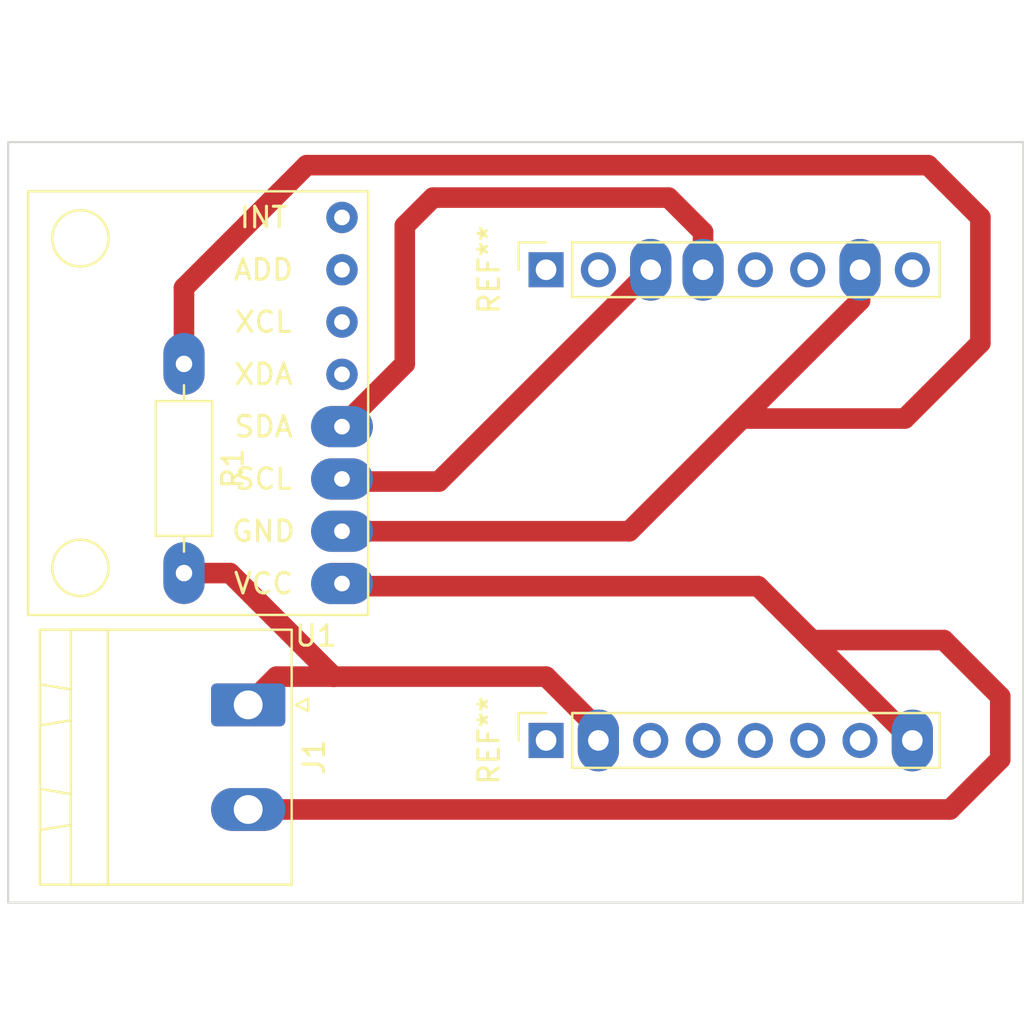
<source format=kicad_pcb>
(kicad_pcb (version 20211014) (generator pcbnew)
  (layers (0 "F.Cu" signal) (31 "B.Cu" signal) (34 "B.Paste" user) (35 "F.Paste" user) (36 "B.SilkS" user "B.Silkscreen") (37 "F.SilkS" user "F.Silkscreen") (38 "B.Mask" user) (39 "F.Mask" user) (44 "Edge.Cuts" user))
  (net 0 "")
  (net 1 "3v3")
  (net 2 "gnd")
  (net 3 "Net-(U1-Pad3)")
  (net 4 "Net-(U1-Pad4)")
  (net 9 "Net-(J1-Pad1)")
  (footprint "usini_sensors:module_mpu6050" (layer "F.Cu") (at 57.2389 35.56 180)
    (fp_text reference "U1" (at 1.27 -20.32) (layer "F.SilkS"))
    (fp_text value "module_mpu6050")
    (fp_text user "ADD" (at 3.81 -2.54) (layer "F.SilkS"))
    (fp_text user "SCL" (at 3.81 -12.7) (layer "F.SilkS"))
    (fp_text user "GND" (at 3.81 -15.24) (layer "F.SilkS"))
    (fp_text user "XDA" (at 3.81 -7.62) (layer "F.SilkS"))
    (fp_text user "SDA" (at 3.81 -10.16) (layer "F.SilkS"))
    (fp_text user "VCC" (at 3.81 -17.78) (layer "F.SilkS"))
    (fp_text user "INT" (at 3.81 0) (layer "F.SilkS"))
    (fp_text user "XCL" (at 3.81 -5.08) (layer "F.SilkS"))
    (fp_line (start 15.24 1.27) (end -1.27 1.27) (layer "F.SilkS") (width 0.12))
    (fp_line (start -1.27 1.27) (end -1.27 -19.304) (layer "F.SilkS") (width 0.12))
    (fp_line (start -1.27 -19.304) (end 15.24 -19.304) (layer "F.SilkS") (width 0.12))
    (fp_line (start 15.24 -19.304) (end 15.24 1.27) (layer "F.SilkS") (width 0.12))
    (fp_circle (center 12.7 -1.016) (end 13.208 0.254) (layer "F.SilkS") (width 0.12) (fill none))
    (fp_circle (center 12.7 -17.018) (end 13.208 -15.748) (layer "F.SilkS") (width 0.12) (fill none))
    (pad "1" thru_hole oval locked (at 0 -17.78 180) (size 3 2) (drill 0.762) (layers *.Cu *.Mask) (net 1 "3v3"))
    (pad "2" thru_hole oval locked (at 0 -15.24 180) (size 3 2) (drill 0.762) (layers *.Cu *.Mask) (net 2 "gnd"))
    (pad "3" thru_hole oval locked (at 0 -12.7 180) (size 3 2) (drill 0.762) (layers *.Cu *.Mask) (net 3 "Net-(U1-Pad3)"))
    (pad "4" thru_hole oval locked (at 0 -10.16 180) (size 3 2) (drill 0.762) (layers *.Cu *.Mask) (net 4 "Net-(U1-Pad4)"))
    (pad "5" thru_hole circle locked (at 0 -7.62 180) (size 1.524 1.524) (drill 0.762) (layers *.Cu *.Mask))
    (pad "6" thru_hole circle locked (at 0 -5.08 180) (size 1.524 1.524) (drill 0.762) (layers *.Cu *.Mask))
    (pad "7" thru_hole circle locked (at 0 -2.54 180) (size 1.524 1.524) (drill 0.762) (layers *.Cu *.Mask))
    (pad "8" thru_hole circle locked (at 0 0 180) (size 1.524 1.524) (drill 0.762) (layers *.Cu *.Mask))
  )
  (footprint "Connector_PinSocket_2.54mm:PinSocket_1x08_P2.54mm_Vertical" (layer "F.Cu") (at 67.1449 38.1 90)
    (fp_text reference "REF**" (at 0 -2.77 90) (layer "F.SilkS"))
    (fp_text value "PinSocket_1x08_P2.54mm_Vertical")
    (fp_line (start 0 -1.33) (end 1.33 -1.33) (layer "F.SilkS") (width 0.12))
    (fp_line (start -1.33 1.27) (end -1.33 19.11) (layer "F.SilkS") (width 0.12))
    (fp_line (start 1.33 1.27) (end 1.33 19.11) (layer "F.SilkS") (width 0.12))
    (fp_line (start -1.33 19.11) (end 1.33 19.11) (layer "F.SilkS") (width 0.12))
    (fp_line (start 1.33 -1.33) (end 1.33 0) (layer "F.SilkS") (width 0.12))
    (fp_line (start -1.33 1.27) (end 1.33 1.27) (layer "F.SilkS") (width 0.12))
    (pad "1" thru_hole rect (at 0 0 90) (size 1.7 1.7) (drill 1) (layers *.Cu *.Mask))
    (pad "2" thru_hole oval (at 0 2.54 90) (size 1.7 1.7) (drill 1) (layers *.Cu *.Mask))
    (pad "3" thru_hole oval (at 0 5.08 90) (size 3 2) (drill 1) (layers *.Cu *.Mask))
    (pad "4" thru_hole oval (at 0 7.62 90) (size 3 2) (drill 1) (layers *.Cu *.Mask) (net 4 "Net-(U1-Pad4)"))
    (pad "5" thru_hole oval (at 0 10.16 90) (size 1.7 1.7) (drill 1) (layers *.Cu *.Mask))
    (pad "6" thru_hole oval (at 0 12.7 90) (size 1.7 1.7) (drill 1) (layers *.Cu *.Mask))
    (pad "7" thru_hole oval (at 0 15.24 90) (size 3 2) (drill 1) (layers *.Cu *.Mask) (net 2 "gnd"))
    (pad "8" thru_hole oval (at 0 17.78 90) (size 1.7 1.7) (drill 1) (layers *.Cu *.Mask))
  )
  (footprint "Connector_Phoenix_MSTB:PhoenixContact_MSTBA_2,5_2-G-5,08_1x02_P5.08mm_Horizontal" (layer "F.Cu") (at 52.6852 59.2328 -90)
    (fp_text reference "J1" (at 2.54 -3.2 90) (layer "F.SilkS"))
    (fp_text value "Screw_Terminal_01x02")
    (fp_line (start -3.65 10.11) (end 8.73 10.11) (layer "F.SilkS") (width 0.12))
    (fp_line (start 0 -2.31) (end -0.3 -2.91) (layer "F.SilkS") (width 0.12))
    (fp_line (start 1 10.11) (end 0.75 8.61) (layer "F.SilkS") (width 0.12))
    (fp_line (start -0.3 -2.91) (end 0.3 -2.91) (layer "F.SilkS") (width 0.12))
    (fp_line (start 8.73 10.11) (end 8.73 -2.11) (layer "F.SilkS") (width 0.12))
    (fp_line (start -1 10.11) (end 1 10.11) (layer "F.SilkS") (width 0.12))
    (fp_line (start 8.73 -2.11) (end -3.65 -2.11) (layer "F.SilkS") (width 0.12))
    (fp_line (start 8.73 6.81) (end 8.73 8.61) (layer "F.SilkS") (width 0.12))
    (fp_line (start 4.08 10.11) (end 6.08 10.11) (layer "F.SilkS") (width 0.12))
    (fp_line (start -3.65 6.81) (end 8.73 6.81) (layer "F.SilkS") (width 0.12))
    (fp_line (start -3.65 -2.11) (end -3.65 10.11) (layer "F.SilkS") (width 0.12))
    (fp_line (start 5.83 8.61) (end 4.33 8.61) (layer "F.SilkS") (width 0.12))
    (fp_line (start 4.33 8.61) (end 4.08 10.11) (layer "F.SilkS") (width 0.12))
    (fp_line (start -0.75 8.61) (end -1 10.11) (layer "F.SilkS") (width 0.12))
    (fp_line (start 6.08 10.11) (end 5.83 8.61) (layer "F.SilkS") (width 0.12))
    (fp_line (start 0.3 -2.91) (end 0 -2.31) (layer "F.SilkS") (width 0.12))
    (fp_line (start 0.75 8.61) (end -0.75 8.61) (layer "F.SilkS") (width 0.12))
    (fp_line (start 8.73 8.61) (end -3.65 8.61) (layer "F.SilkS") (width 0.12))
    (fp_line (start -3.65 8.61) (end -3.65 6.81) (layer "F.SilkS") (width 0.12))
    (pad "1" thru_hole roundrect (at 0 0 270) (size 2.08 3.6) (drill 1.4) (layers *.Cu *.Mask) (roundrect_rratio 0.120192) (net 9 "Net-(J1-Pad1)"))
    (pad "2" thru_hole oval (at 5.08 0 270) (size 2.08 3.6) (drill 1.4) (layers *.Cu *.Mask) (net 1 "3v3"))
  )
  (footprint "Resistor_THT:R_Axial_DIN0207_L6.3mm_D2.5mm_P10.16mm_Horizontal" (layer "F.Cu") (at 49.5681 42.672 -90)
    (fp_text reference "R1" (at 5.08 -2.37 90) (layer "F.SilkS"))
    (fp_text value "R")
    (fp_line (start 8.35 1.37) (end 8.35 -1.37) (layer "F.SilkS") (width 0.12))
    (fp_line (start 1.81 1.37) (end 8.35 1.37) (layer "F.SilkS") (width 0.12))
    (fp_line (start 1.04 0) (end 1.81 0) (layer "F.SilkS") (width 0.12))
    (fp_line (start 1.81 -1.37) (end 1.81 1.37) (layer "F.SilkS") (width 0.12))
    (fp_line (start 8.35 -1.37) (end 1.81 -1.37) (layer "F.SilkS") (width 0.12))
    (fp_line (start 9.12 0) (end 8.35 0) (layer "F.SilkS") (width 0.12))
    (pad "1" thru_hole oval (at 0 0 270) (size 3 2) (drill 0.8) (layers *.Cu *.Mask) (net 2 "gnd"))
    (pad "2" thru_hole oval (at 10.16 0 270) (size 3 2) (drill 0.8) (layers *.Cu *.Mask) (net 9 "Net-(J1-Pad1)"))
  )
  (footprint "Connector_PinSocket_2.54mm:PinSocket_1x08_P2.54mm_Vertical" (layer "F.Cu") (at 67.1449 60.96 90)
    (fp_text reference "REF**" (at 0 -2.77 90) (layer "F.SilkS"))
    (fp_text value "PinSocket_1x08_P2.54mm_Vertical")
    (fp_line (start -1.33 1.27) (end 1.33 1.27) (layer "F.SilkS") (width 0.12))
    (fp_line (start 1.33 -1.33) (end 1.33 0) (layer "F.SilkS") (width 0.12))
    (fp_line (start 1.33 1.27) (end 1.33 19.11) (layer "F.SilkS") (width 0.12))
    (fp_line (start 0 -1.33) (end 1.33 -1.33) (layer "F.SilkS") (width 0.12))
    (fp_line (start -1.33 1.27) (end -1.33 19.11) (layer "F.SilkS") (width 0.12))
    (fp_line (start -1.33 19.11) (end 1.33 19.11) (layer "F.SilkS") (width 0.12))
    (pad "1" thru_hole rect (at 0 0 90) (size 1.7 1.7) (drill 1) (layers *.Cu *.Mask))
    (pad "2" thru_hole oval (at 0 2.54 90) (size 3 2) (drill 1) (layers *.Cu *.Mask) (net 9 "Net-(J1-Pad1)"))
    (pad "3" thru_hole oval (at 0 5.08 90) (size 1.7 1.7) (drill 1) (layers *.Cu *.Mask))
    (pad "4" thru_hole oval (at 0 7.62 90) (size 1.7 1.7) (drill 1) (layers *.Cu *.Mask))
    (pad "5" thru_hole oval (at 0 10.16 90) (size 1.7 1.7) (drill 1) (layers *.Cu *.Mask))
    (pad "6" thru_hole oval (at 0 12.7 90) (size 1.7 1.7) (drill 1) (layers *.Cu *.Mask))
    (pad "7" thru_hole oval (at 0 15.24 90) (size 1.7 1.7) (drill 1) (layers *.Cu *.Mask))
    (pad "8" thru_hole oval (at 0 17.78 90) (size 3 2) (drill 1) (layers *.Cu *.Mask) (net 1 "3v3"))
  )
  (gr_rect (start 41.0337 68.834) (end 90.3097 31.9024) (layer "Edge.Cuts") (width 0.1) (fill none))
  (segment (start 89.1921 58.8264) (end 89.1921 61.8744) (width 1) (layer "F.Cu") (net 1))
  (segment (start 89.1921 61.8744) (end 86.7537 64.3128) (width 1) (layer "F.Cu") (net 1))
  (segment (start 57.6199 53.467) (end 77.4319 53.467) (width 1) (layer "F.Cu") (net 1))
  (segment (start 80.0481 56.0832) (end 86.4489 56.0832) (width 1) (layer "F.Cu") (net 1))
  (segment (start 84.9249 60.96) (end 80.0481 56.0832) (width 1) (layer "F.Cu") (net 1))
  (segment (start 86.4489 56.0832) (end 89.1921 58.8264) (width 1) (layer "F.Cu") (net 1))
  (segment (start 86.7537 64.3128) (end 52.6852 64.3128) (width 1) (layer "F.Cu") (net 1))
  (segment (start 80.0481 56.0832) (end 77.4319 53.467) (width 1) (layer "F.Cu") (net 1))
  (segment (start 71.1849 50.8) (end 57.2389 50.8) (width 1) (layer "F.Cu") (net 2))
  (segment (start 82.3849 39.6) (end 76.6579 45.327) (width 1) (layer "F.Cu") (net 2))
  (segment (start 82.3849 38.1) (end 82.3849 39.6) (width 1) (layer "F.Cu") (net 2))
  (segment (start 55.526005 33.02) (end 49.5681 38.977905) (width 1) (layer "F.Cu") (net 2))
  (segment (start 76.6579 45.327) (end 71.1849 50.8) (width 1) (layer "F.Cu") (net 2))
  (segment (start 84.5559 45.327) (end 88.2269 41.656) (width 1) (layer "F.Cu") (net 2))
  (segment (start 88.2269 35.56) (end 85.6869 33.02) (width 1) (layer "F.Cu") (net 2))
  (segment (start 85.6869 33.02) (end 55.526005 33.02) (width 1) (layer "F.Cu") (net 2))
  (segment (start 88.2269 41.656) (end 88.2269 35.56) (width 1) (layer "F.Cu") (net 2))
  (segment (start 49.5681 38.977905) (end 49.5681 42.672) (width 1) (layer "F.Cu") (net 2))
  (segment (start 76.6579 45.327) (end 84.5559 45.327) (width 1) (layer "F.Cu") (net 2))
  (segment (start 57.6199 48.387) (end 61.9379 48.387) (width 1) (layer "F.Cu") (net 3))
  (segment (start 61.9379 48.387) (end 72.2249 38.1) (width 1) (layer "F.Cu") (net 3))
  (segment (start 60.2869 42.672) (end 57.2389 45.72) (width 1) (layer "F.Cu") (net 4))
  (segment (start 74.7649 38.1) (end 74.7649 36.2712) (width 1) (layer "F.Cu") (net 4))
  (segment (start 57.2389 45.72) (end 57.2389 45.3136) (width 1) (layer "F.Cu") (net 4))
  (segment (start 74.7649 36.2712) (end 73.0885 34.5948) (width 1) (layer "F.Cu") (net 4))
  (segment (start 61.6585 34.5948) (end 60.2869 35.9664) (width 1) (layer "F.Cu") (net 4))
  (segment (start 73.0885 34.5948) (end 61.6585 34.5948) (width 1) (layer "F.Cu") (net 4))
  (segment (start 60.2869 35.9664) (end 60.2869 42.672) (width 1) (layer "F.Cu") (net 4))
  (segment (start 69.6849 60.96) (end 69.6849 60.400978) (width 1) (layer "F.Cu") (net 9))
  (segment (start 51.8033 52.832) (end 56.8325 57.8612) (width 1) (layer "F.Cu") (net 9))
  (segment (start 56.8325 57.8612) (end 54.0568 57.8612) (width 1) (layer "F.Cu") (net 9))
  (segment (start 49.5681 52.832) (end 51.8033 52.832) (width 1) (layer "F.Cu") (net 9))
  (segment (start 54.0568 57.8612) (end 52.6852 59.2328) (width 1) (layer "F.Cu") (net 9))
  (segment (start 69.6849 60.400978) (end 67.145122 57.8612) (width 1) (layer "F.Cu") (net 9))
  (segment (start 67.145122 57.8612) (end 56.8325 57.8612) (width 1) (layer "F.Cu") (net 9))
)
</source>
